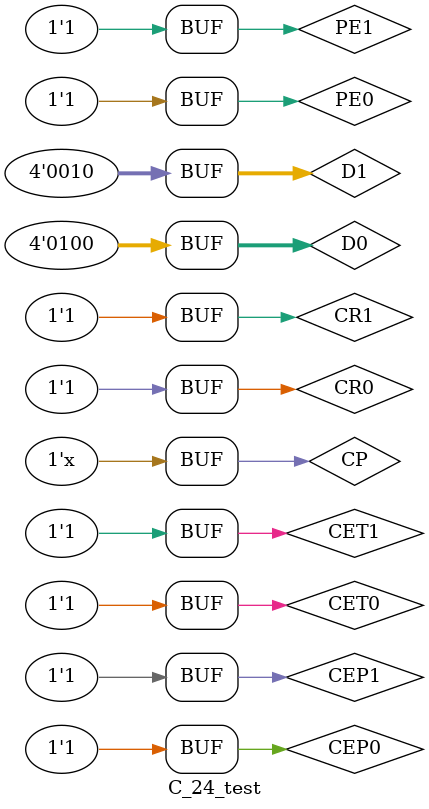
<source format=v>
module C_24_test();
  reg CEP1,CET1,PE1,CR1,CEP0,CET0,PE0,CR0,CP;
  reg[3:0]D1;
  reg[3:0]D0;
  wire TC1,TC0;
  wire [3:0]Q1;
  wire [3:0]Q0;
  initial
  begin
    D1 = 4'b0010;D0 = 4'b0100;  //  2  4    
    CP = 0;         //???????????
    CR1 = 1;
    CR0 = 1;        //???????????
    PE1 = 1;PE0 = 1;
    CEP1 = 1;CEP0 = 1;
    CET1 = 1;CET0 = 1; 
    #15 PE1 = 0;PE0 = 0;     // ???? 2 4
    #40 PE1 = 1;PE0 = 1;     // 20ns ???????????
    #1500 CR0 = 0;CR1 = 0;   // 290ns ???????????
    #20 CR0 = 1;CR1 = 1;     // 35ns ???????????
    #350 CET0 = 0;CET1 = 0;  // 490ns ?????
    #250 CET0 = 1;CET1 = 1;  // 200ns ?????
  end

  always #50 CP = ~CP;//?????50ns????
  initial
  $monitor("Q1 = %d,Q0 = %d",Q1,Q0);
  C_24 inst(.CEP1(CEP1),
                .CET1(CET1),
                .PE1(PE1),
                .CR1(CR1),
                .D1(D1),
                .TC1(TC1),
                .Q1(Q1),
                .CEP0(CEP0),
                .CET0(CET0),
                .PE0(PE0),
                .CP(CP),
                .CR0(CR0),
                .D0(D0),
                .TC0(TC0),
                .Q0(Q0));
endmodule

</source>
